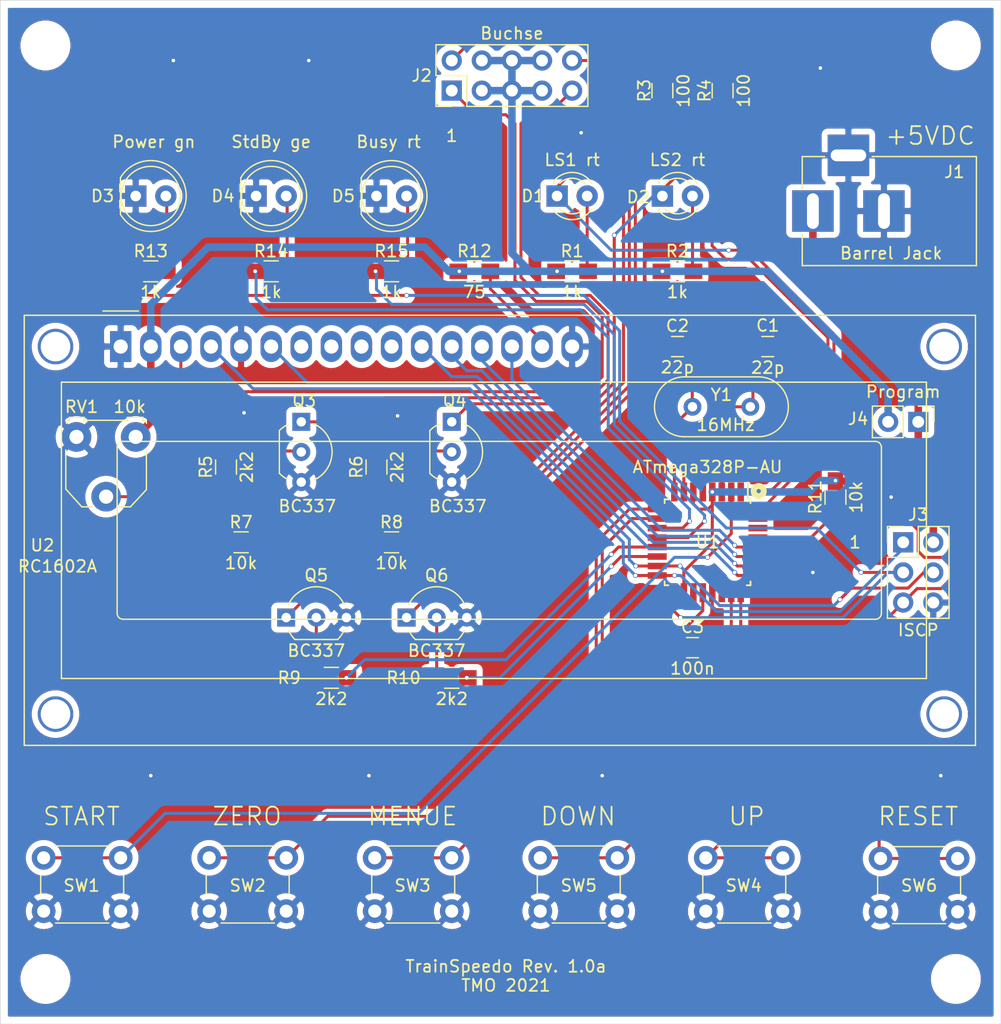
<source format=kicad_pcb>
(kicad_pcb (version 20171130) (host pcbnew "(5.1.10-1-10_14)")
  (title_block (title TrainSpeedo) (date 2022-01-06) (rev 1.0a) (company TMO))
  (layers (0 F.Cu signal) (31 B.Cu signal) (34 B.Paste user) (35 F.Paste user) (36 B.SilkS user) (37 F.SilkS user) (38 B.Mask user) (39 F.Mask user) (44 Edge.Cuts user))
  (net 0 "")
  (net 1 XTAL1)
  (net 2 GND)
  (net 3 XTAL2)
  (net 4 "Net-(D1-Pad2)")
  (net 5 "Net-(D2-Pad2)")
  (net 6 "Net-(D3-Pad2)")
  (net 7 "Net-(D4-Pad2)")
  (net 8 "Net-(D5-Pad2)")
  (net 9 VCC)
  (net 10 "Net-(J2-Pad10)")
  (net 11 "Net-(J2-Pad9)")
  (net 12 +5V)
  (net 13 "Net-(J2-Pad2)")
  (net 14 "Net-(J2-Pad1)")
  (net 15 ~RESET)
  (net 16 E)
  (net 17 RS)
  (net 18 "Net-(R12-Pad2)")
  (net 19 "Net-(RV1-Pad2)")
  (net 20 START)
  (net 21 ZERO)
  (net 22 MENUE)
  (net 23 UP)
  (net 24 DOWN)
  (net 25 "Net-(C3-Pad1)")
  (net 26 LS1out)
  (net 27 LS2out)
  (net 28 LS1in)
  (net 29 LS2in)
  (net 30 POWER)
  (net 31 STDBY)
  (net 32 BUSY)
  (net 33 "Net-(U1-Pad28)")
  (net 34 "Net-(U1-Pad27)")
  (net 35 "Net-(U1-Pad26)")
  (net 36 "Net-(U1-Pad25)")
  (net 37 "Net-(Q3-Pad2)")
  (net 38 "Net-(Q4-Pad2)")
  (net 39 "Net-(Q5-Pad2)")
  (net 40 "Net-(Q5-Pad1)")
  (net 41 "Net-(Q6-Pad2)")
  (net 42 "Net-(Q6-Pad1)")
  (module Capacitors_SMD:C_0805_HandSoldering (layer F.Cu) (at 166.37 81.28 180)
    (fp_text reference C1 (at 0 1.778) (layer F.SilkS))
    (fp_text value 22p (at 0 -1.778) (layer F.SilkS))
    (pad 2 smd rect (at 1.25 0 180) (size 1.5 1.25) (layers F.Cu F.Paste F.Mask) (net 1 XTAL1))
    (pad 1 smd rect (at -1.25 0 180) (size 1.5 1.25) (layers F.Cu F.Paste F.Mask) (net 2 GND))
  )
  (module Capacitors_SMD:C_0805_HandSoldering (layer F.Cu) (at 158.75 81.28)
    (fp_text reference C2 (at 0 -1.75) (layer F.SilkS))
    (fp_text value 22p (at 0 1.75) (layer F.SilkS))
    (pad 1 smd rect (at -1.25 0) (size 1.5 1.25) (layers F.Cu F.Paste F.Mask) (net 2 GND))
    (pad 2 smd rect (at 1.25 0) (size 1.5 1.25) (layers F.Cu F.Paste F.Mask) (net 3 XTAL2))
  )
  (module Capacitors_SMD:C_0805_HandSoldering (layer F.Cu) (at 160.02 106.68)
    (fp_text reference C3 (at 0 -1.75) (layer F.SilkS))
    (fp_text value 100n (at 0 1.75) (layer F.SilkS))
    (pad 2 smd rect (at 1.25 0) (size 1.5 1.25) (layers F.Cu F.Paste F.Mask) (net 2 GND))
    (pad 1 smd rect (at -1.25 0) (size 1.5 1.25) (layers F.Cu F.Paste F.Mask) (net 25 "Net-(C3-Pad1)"))
  )
  (module LEDs:LED_D3.0mm (layer F.Cu) (at 148.59 68.58)
    (fp_text reference D1 (at -2.032 0) (layer F.SilkS))
    (fp_text value "LS1 rt" (at 1.27 -3.048) (layer F.SilkS))
    (pad 2 thru_hole circle (at 2.54 0) (size 1.8 1.8) (drill 0.9) (layers *.Cu *.Mask) (net 4 "Net-(D1-Pad2)"))
    (pad 1 thru_hole rect (at 0 0) (size 1.8 1.8) (drill 0.9) (layers *.Cu *.Mask) (net 26 LS1out))
  )
  (module LEDs:LED_D3.0mm (layer F.Cu) (at 157.48 68.58)
    (fp_text reference D2 (at -2.032 0.088) (layer F.SilkS))
    (fp_text value "LS2 rt" (at 1.27 -3.048) (layer F.SilkS))
    (pad 1 thru_hole rect (at 0 0) (size 1.8 1.8) (drill 0.9) (layers *.Cu *.Mask) (net 27 LS2out))
    (pad 2 thru_hole circle (at 2.54 0) (size 1.8 1.8) (drill 0.9) (layers *.Cu *.Mask) (net 5 "Net-(D2-Pad2)"))
  )
  (module LEDs:LED_D5.0mm (layer F.Cu) (at 113.03 68.58)
    (fp_text reference D3 (at -2.794 0) (layer F.SilkS))
    (fp_text value "Power gn" (at 1.524 -4.572) (layer F.SilkS))
    (pad 2 thru_hole circle (at 2.54 0) (size 1.8 1.8) (drill 0.9) (layers *.Cu *.Mask) (net 6 "Net-(D3-Pad2)"))
    (pad 1 thru_hole rect (at 0 0) (size 1.8 1.8) (drill 0.9) (layers *.Cu *.Mask) (net 2 GND))
  )
  (module LEDs:LED_D5.0mm (layer F.Cu) (at 123.19 68.58)
    (fp_text reference D4 (at -2.794 0) (layer F.SilkS))
    (fp_text value "StdBy ge" (at 1.27 -4.572) (layer F.SilkS))
    (pad 1 thru_hole rect (at 0 0) (size 1.8 1.8) (drill 0.9) (layers *.Cu *.Mask) (net 2 GND))
    (pad 2 thru_hole circle (at 2.54 0) (size 1.8 1.8) (drill 0.9) (layers *.Cu *.Mask) (net 7 "Net-(D4-Pad2)"))
  )
  (module LEDs:LED_D5.0mm (layer F.Cu) (at 133.35 68.58)
    (fp_text reference D5 (at -2.794 0) (layer F.SilkS))
    (fp_text value "Busy rt" (at 1.016 -4.572) (layer F.SilkS))
    (pad 2 thru_hole circle (at 2.54 0) (size 1.8 1.8) (drill 0.9) (layers *.Cu *.Mask) (net 8 "Net-(D5-Pad2)"))
    (pad 1 thru_hole rect (at 0 0) (size 1.8 1.8) (drill 0.9) (layers *.Cu *.Mask) (net 2 GND))
  )
  (module Connectors:BARREL_JACK (layer F.Cu) (at 170.18 69.85 180)
    (fp_text reference J1 (at -11.938 3.302 180) (layer F.SilkS))
    (fp_text value "Barrel Jack" (at -6.604 -3.556) (layer F.SilkS))
    (pad 3 thru_hole rect (at -3 4.7 180) (size 3.5 3.5) (drill oval 3 1) (layers *.Cu *.Mask) (net 2 GND))
    (pad 2 thru_hole rect (at -6 0 180) (size 3.5 3.5) (drill oval 1 3) (layers *.Cu *.Mask) (net 2 GND))
    (pad 1 thru_hole rect (at 0 0 180) (size 3.5 3.5) (drill oval 1 3) (layers *.Cu *.Mask) (net 9 VCC))
  )
  (module Pin_Headers:Pin_Header_Straight_2x05_Pitch2.54mm (layer F.Cu) (at 139.7 59.69 90)
    (fp_text reference J2 (at 1.27 -2.54 180) (layer F.SilkS))
    (fp_text value Buchse (at 4.826 5.08 180) (layer F.SilkS))
    (pad 10 thru_hole oval (at 2.54 10.16 90) (size 1.7 1.7) (drill 1) (layers *.Cu *.Mask) (net 10 "Net-(J2-Pad10)"))
    (pad 9 thru_hole oval (at 0 10.16 90) (size 1.7 1.7) (drill 1) (layers *.Cu *.Mask) (net 11 "Net-(J2-Pad9)"))
    (pad 8 thru_hole oval (at 2.54 7.62 90) (size 1.7 1.7) (drill 1) (layers *.Cu *.Mask) (net 12 +5V))
    (pad 7 thru_hole oval (at 0 7.62 90) (size 1.7 1.7) (drill 1) (layers *.Cu *.Mask) (net 12 +5V))
    (pad 6 thru_hole oval (at 2.54 5.08 90) (size 1.7 1.7) (drill 1) (layers *.Cu *.Mask) (net 12 +5V))
    (pad 5 thru_hole oval (at 0 5.08 90) (size 1.7 1.7) (drill 1) (layers *.Cu *.Mask) (net 12 +5V))
    (pad 4 thru_hole oval (at 2.54 2.54 90) (size 1.7 1.7) (drill 1) (layers *.Cu *.Mask) (net 12 +5V))
    (pad 3 thru_hole oval (at 0 2.54 90) (size 1.7 1.7) (drill 1) (layers *.Cu *.Mask) (net 12 +5V))
    (pad 2 thru_hole oval (at 2.54 0 90) (size 1.7 1.7) (drill 1) (layers *.Cu *.Mask) (net 13 "Net-(J2-Pad2)"))
    (pad 1 thru_hole rect (at 0 0 90) (size 1.7 1.7) (drill 1) (layers *.Cu *.Mask) (net 14 "Net-(J2-Pad1)"))
  )
  (module Pin_Headers:Pin_Header_Straight_2x03_Pitch2.54mm (layer F.Cu) (at 177.8 97.79)
    (fp_text reference J3 (at 1.27 -2.33) (layer F.SilkS))
    (fp_text value ISCP (at 1.27 7.41) (layer F.SilkS))
    (pad 6 thru_hole oval (at 2.54 5.08) (size 1.7 1.7) (drill 1) (layers *.Cu *.Mask) (net 2 GND))
    (pad 5 thru_hole oval (at 0 5.08) (size 1.7 1.7) (drill 1) (layers *.Cu *.Mask) (net 15 ~RESET))
    (pad 4 thru_hole oval (at 2.54 2.54) (size 1.7 1.7) (drill 1) (layers *.Cu *.Mask) (net 16 E))
    (pad 3 thru_hole oval (at 0 2.54) (size 1.7 1.7) (drill 1) (layers *.Cu *.Mask) (net 30 POWER))
    (pad 2 thru_hole oval (at 2.54 0) (size 1.7 1.7) (drill 1) (layers *.Cu *.Mask) (net 9 VCC))
    (pad 1 thru_hole rect (at 0 0) (size 1.7 1.7) (drill 1) (layers *.Cu *.Mask) (net 17 RS))
  )
  (module Pin_Headers:Pin_Header_Straight_1x02_Pitch2.54mm (layer F.Cu) (at 179.07 87.63 270)
    (fp_text reference J4 (at -0.254 5.08 180) (layer F.SilkS))
    (fp_text value Program (at -2.54 1.27 180) (layer F.SilkS))
    (pad 2 thru_hole oval (at 0 2.54 270) (size 1.7 1.7) (drill 1) (layers *.Cu *.Mask) (net 12 +5V))
    (pad 1 thru_hole rect (at 0 0 270) (size 1.7 1.7) (drill 1) (layers *.Cu *.Mask) (net 9 VCC))
  )
  (module Resistors_SMD:R_0805_HandSoldering (layer F.Cu) (at 149.86 74.93)
    (fp_text reference R1 (at 0 -1.7) (layer F.SilkS))
    (fp_text value 1k (at 0 1.75) (layer F.SilkS))
    (pad 2 smd rect (at 1.35 0) (size 1.5 1.3) (layers F.Cu F.Paste F.Mask) (net 4 "Net-(D1-Pad2)"))
    (pad 1 smd rect (at -1.35 0) (size 1.5 1.3) (layers F.Cu F.Paste F.Mask) (net 12 +5V))
  )
  (module Resistors_SMD:R_0805_HandSoldering (layer F.Cu) (at 158.75 74.93)
    (fp_text reference R2 (at 0 -1.7) (layer F.SilkS))
    (fp_text value 1k (at 0 1.75) (layer F.SilkS))
    (pad 2 smd rect (at 1.35 0) (size 1.5 1.3) (layers F.Cu F.Paste F.Mask) (net 5 "Net-(D2-Pad2)"))
    (pad 1 smd rect (at -1.35 0) (size 1.5 1.3) (layers F.Cu F.Paste F.Mask) (net 12 +5V))
  )
  (module Resistors_SMD:R_0805_HandSoldering (layer F.Cu) (at 157.48 59.69 270)
    (fp_text reference R3 (at 0 1.524 90) (layer F.SilkS))
    (fp_text value 100 (at 0 -1.778 90) (layer F.SilkS))
    (pad 2 smd rect (at 1.35 0 270) (size 1.5 1.3) (layers F.Cu F.Paste F.Mask) (net 40 "Net-(Q5-Pad1)"))
    (pad 1 smd rect (at -1.35 0 270) (size 1.5 1.3) (layers F.Cu F.Paste F.Mask) (net 13 "Net-(J2-Pad2)"))
  )
  (module Resistors_SMD:R_0805_HandSoldering (layer F.Cu) (at 162.56 59.69 270)
    (fp_text reference R4 (at 0 1.524 90) (layer F.SilkS))
    (fp_text value 100 (at 0 -1.778 90) (layer F.SilkS))
    (pad 1 smd rect (at -1.35 0 270) (size 1.5 1.3) (layers F.Cu F.Paste F.Mask) (net 10 "Net-(J2-Pad10)"))
    (pad 2 smd rect (at 1.35 0 270) (size 1.5 1.3) (layers F.Cu F.Paste F.Mask) (net 42 "Net-(Q6-Pad1)"))
  )
  (module Resistors_SMD:R_0805_HandSoldering (layer F.Cu) (at 120.65 91.44 90)
    (fp_text reference R5 (at 0 -1.7 90) (layer F.SilkS))
    (fp_text value 2k2 (at 0 1.75 90) (layer F.SilkS))
    (pad 2 smd rect (at 1.35 0 90) (size 1.5 1.3) (layers F.Cu F.Paste F.Mask) (net 37 "Net-(Q3-Pad2)"))
    (pad 1 smd rect (at -1.35 0 90) (size 1.5 1.3) (layers F.Cu F.Paste F.Mask) (net 14 "Net-(J2-Pad1)"))
  )
  (module Resistors_SMD:R_0805_HandSoldering (layer F.Cu) (at 133.35 91.44 90)
    (fp_text reference R6 (at 0 -1.7 90) (layer F.SilkS))
    (fp_text value 2k2 (at 0 1.75 90) (layer F.SilkS))
    (pad 1 smd rect (at -1.35 0 90) (size 1.5 1.3) (layers F.Cu F.Paste F.Mask) (net 11 "Net-(J2-Pad9)"))
    (pad 2 smd rect (at 1.35 0 90) (size 1.5 1.3) (layers F.Cu F.Paste F.Mask) (net 38 "Net-(Q4-Pad2)"))
  )
  (module Resistors_SMD:R_0805_HandSoldering (layer F.Cu) (at 121.92 97.79)
    (fp_text reference R7 (at 0 -1.7) (layer F.SilkS))
    (fp_text value 10k (at 0 1.75) (layer F.SilkS))
    (pad 1 smd rect (at -1.35 0) (size 1.5 1.3) (layers F.Cu F.Paste F.Mask) (net 14 "Net-(J2-Pad1)"))
    (pad 2 smd rect (at 1.35 0) (size 1.5 1.3) (layers F.Cu F.Paste F.Mask) (net 2 GND))
  )
  (module Resistors_SMD:R_0805_HandSoldering (layer F.Cu) (at 134.62 97.79)
    (fp_text reference R8 (at 0 -1.7) (layer F.SilkS))
    (fp_text value 10k (at 0 1.75) (layer F.SilkS))
    (pad 2 smd rect (at 1.35 0) (size 1.5 1.3) (layers F.Cu F.Paste F.Mask) (net 2 GND))
    (pad 1 smd rect (at -1.35 0) (size 1.5 1.3) (layers F.Cu F.Paste F.Mask) (net 11 "Net-(J2-Pad9)"))
  )
  (module Resistors_SMD:R_0805_HandSoldering (layer F.Cu) (at 129.54 109.22 180)
    (fp_text reference R9 (at 3.556 0) (layer F.SilkS))
    (fp_text value 2k2 (at 0 -1.778) (layer F.SilkS))
    (pad 1 smd rect (at -1.35 0 180) (size 1.5 1.3) (layers F.Cu F.Paste F.Mask) (net 28 LS1in))
    (pad 2 smd rect (at 1.35 0 180) (size 1.5 1.3) (layers F.Cu F.Paste F.Mask) (net 39 "Net-(Q5-Pad2)"))
  )
  (module Resistors_SMD:R_0805_HandSoldering (layer F.Cu) (at 139.7 109.22 180)
    (fp_text reference R10 (at 4.064 0) (layer F.SilkS))
    (fp_text value 2k2 (at 0 -1.778) (layer F.SilkS))
    (pad 1 smd rect (at -1.35 0 180) (size 1.5 1.3) (layers F.Cu F.Paste F.Mask) (net 29 LS2in))
    (pad 2 smd rect (at 1.35 0 180) (size 1.5 1.3) (layers F.Cu F.Paste F.Mask) (net 41 "Net-(Q6-Pad2)"))
  )
  (module Resistors_SMD:R_0805_HandSoldering (layer F.Cu) (at 172.085 93.98 90)
    (fp_text reference R11 (at 0 -1.7 90) (layer F.SilkS))
    (fp_text value 10k (at 0 1.75 90) (layer F.SilkS))
    (pad 1 smd rect (at -1.35 0 90) (size 1.5 1.3) (layers F.Cu F.Paste F.Mask) (net 15 ~RESET))
    (pad 2 smd rect (at 1.35 0 90) (size 1.5 1.3) (layers F.Cu F.Paste F.Mask) (net 9 VCC))
  )
  (module Resistors_SMD:R_0805_HandSoldering (layer F.Cu) (at 141.605 74.93)
    (fp_text reference R12 (at 0 -1.7) (layer F.SilkS))
    (fp_text value 75 (at 0 1.75) (layer F.SilkS))
    (pad 2 smd rect (at 1.35 0) (size 1.5 1.3) (layers F.Cu F.Paste F.Mask) (net 18 "Net-(R12-Pad2)"))
    (pad 1 smd rect (at -1.35 0) (size 1.5 1.3) (layers F.Cu F.Paste F.Mask) (net 12 +5V))
  )
  (module Resistors_SMD:R_0805_HandSoldering (layer F.Cu) (at 114.3 74.93)
    (fp_text reference R13 (at 0 -1.7) (layer F.SilkS))
    (fp_text value 1k (at 0 1.75) (layer F.SilkS))
    (pad 2 smd rect (at 1.35 0) (size 1.5 1.3) (layers F.Cu F.Paste F.Mask) (net 6 "Net-(D3-Pad2)"))
    (pad 1 smd rect (at -1.35 0) (size 1.5 1.3) (layers F.Cu F.Paste F.Mask) (net 30 POWER))
  )
  (module Resistors_SMD:R_0805_HandSoldering (layer F.Cu) (at 124.46 74.93)
    (fp_text reference R14 (at 0 -1.7) (layer F.SilkS))
    (fp_text value 1k (at 0 1.75) (layer F.SilkS))
    (pad 1 smd rect (at -1.35 0) (size 1.5 1.3) (layers F.Cu F.Paste F.Mask) (net 31 STDBY))
    (pad 2 smd rect (at 1.35 0) (size 1.5 1.3) (layers F.Cu F.Paste F.Mask) (net 7 "Net-(D4-Pad2)"))
  )
  (module Resistors_SMD:R_0805_HandSoldering (layer F.Cu) (at 134.62 74.93)
    (fp_text reference R15 (at 0 -1.7) (layer F.SilkS))
    (fp_text value 1k (at 0 1.75) (layer F.SilkS))
    (pad 2 smd rect (at 1.35 0) (size 1.5 1.3) (layers F.Cu F.Paste F.Mask) (net 8 "Net-(D5-Pad2)"))
    (pad 1 smd rect (at -1.35 0) (size 1.5 1.3) (layers F.Cu F.Paste F.Mask) (net 32 BUSY))
  )
  (module Buttons_Switches_THT:SW_PUSH_6mm (layer F.Cu) (at 111.76 128.905 180)
    (fp_text reference SW1 (at 3.302 2.159) (layer F.SilkS))
    (fp_text value START (at 3.302 8.001) (layer F.SilkS) (effects (font (size 1.5 1.5))))
    (pad 2 thru_hole circle (at 0 4.5 270) (size 2 2) (drill 1.1) (layers *.Cu *.Mask) (net 20 START))
    (pad 1 thru_hole circle (at 0 0 270) (size 2 2) (drill 1.1) (layers *.Cu *.Mask) (net 2 GND))
    (pad 2 thru_hole circle (at 6.5 4.5 270) (size 2 2) (drill 1.1) (layers *.Cu *.Mask) (net 20 START))
    (pad 1 thru_hole circle (at 6.5 0 270) (size 2 2) (drill 1.1) (layers *.Cu *.Mask) (net 2 GND))
  )
  (module Buttons_Switches_THT:SW_PUSH_6mm (layer F.Cu) (at 125.73 128.905 180)
    (fp_text reference SW2 (at 3.25 2.159) (layer F.SilkS))
    (fp_text value ZERO (at 3.302 8.001) (layer F.SilkS) (effects (font (size 1.5 1.5))))
    (pad 1 thru_hole circle (at 6.5 0 270) (size 2 2) (drill 1.1) (layers *.Cu *.Mask) (net 2 GND))
    (pad 2 thru_hole circle (at 6.5 4.5 270) (size 2 2) (drill 1.1) (layers *.Cu *.Mask) (net 21 ZERO))
    (pad 1 thru_hole circle (at 0 0 270) (size 2 2) (drill 1.1) (layers *.Cu *.Mask) (net 2 GND))
    (pad 2 thru_hole circle (at 0 4.5 270) (size 2 2) (drill 1.1) (layers *.Cu *.Mask) (net 21 ZERO))
  )
  (module Buttons_Switches_THT:SW_PUSH_6mm (layer F.Cu) (at 139.7 128.905 180)
    (fp_text reference SW3 (at 3.302 2.159) (layer F.SilkS))
    (fp_text value MENUE (at 3.302 8.001) (layer F.SilkS) (effects (font (size 1.5 1.5))))
    (pad 2 thru_hole circle (at 0 4.5 270) (size 2 2) (drill 1.1) (layers *.Cu *.Mask) (net 22 MENUE))
    (pad 1 thru_hole circle (at 0 0 270) (size 2 2) (drill 1.1) (layers *.Cu *.Mask) (net 2 GND))
    (pad 2 thru_hole circle (at 6.5 4.5 270) (size 2 2) (drill 1.1) (layers *.Cu *.Mask) (net 22 MENUE))
    (pad 1 thru_hole circle (at 6.5 0 270) (size 2 2) (drill 1.1) (layers *.Cu *.Mask) (net 2 GND))
  )
  (module Buttons_Switches_THT:SW_PUSH_6mm (layer F.Cu) (at 167.64 128.905 180)
    (fp_text reference SW4 (at 3.302 2.159) (layer F.SilkS))
    (fp_text value UP (at 3.048 8.001) (layer F.SilkS) (effects (font (size 1.5 1.5))))
    (pad 1 thru_hole circle (at 6.5 0 270) (size 2 2) (drill 1.1) (layers *.Cu *.Mask) (net 2 GND))
    (pad 2 thru_hole circle (at 6.5 4.5 270) (size 2 2) (drill 1.1) (layers *.Cu *.Mask) (net 23 UP))
    (pad 1 thru_hole circle (at 0 0 270) (size 2 2) (drill 1.1) (layers *.Cu *.Mask) (net 2 GND))
    (pad 2 thru_hole circle (at 0 4.5 270) (size 2 2) (drill 1.1) (layers *.Cu *.Mask) (net 23 UP))
  )
  (module Buttons_Switches_THT:SW_PUSH_6mm (layer F.Cu) (at 153.67 128.905 180)
    (fp_text reference SW5 (at 3.25 2.159) (layer F.SilkS))
    (fp_text value DOWN (at 3.302 8.001) (layer F.SilkS) (effects (font (size 1.5 1.5))))
    (pad 2 thru_hole circle (at 0 4.5 270) (size 2 2) (drill 1.1) (layers *.Cu *.Mask) (net 24 DOWN))
    (pad 1 thru_hole circle (at 0 0 270) (size 2 2) (drill 1.1) (layers *.Cu *.Mask) (net 2 GND))
    (pad 2 thru_hole circle (at 6.5 4.5 270) (size 2 2) (drill 1.1) (layers *.Cu *.Mask) (net 24 DOWN))
    (pad 1 thru_hole circle (at 6.5 0 270) (size 2 2) (drill 1.1) (layers *.Cu *.Mask) (net 2 GND))
  )
  (module Buttons_Switches_THT:SW_PUSH_6mm (layer F.Cu) (at 175.895 124.46)
    (fp_text reference SW6 (at 3.25 2.286) (layer F.SilkS))
    (fp_text value RESET (at 3.175 -3.556) (layer F.SilkS) (effects (font (size 1.5 1.5))))
    (pad 1 thru_hole circle (at 6.5 0 90) (size 2 2) (drill 1.1) (layers *.Cu *.Mask) (net 15 ~RESET))
    (pad 2 thru_hole circle (at 6.5 4.5 90) (size 2 2) (drill 1.1) (layers *.Cu *.Mask) (net 2 GND))
    (pad 1 thru_hole circle (at 0 0 90) (size 2 2) (drill 1.1) (layers *.Cu *.Mask) (net 15 ~RESET))
    (pad 2 thru_hole circle (at 0 4.5 90) (size 2 2) (drill 1.1) (layers *.Cu *.Mask) (net 2 GND))
  )
  (module Crystals:Crystal_HC49-U_Vertical (layer F.Cu) (at 160.02 86.36)
    (fp_text reference Y1 (at 2.44 -1.016) (layer F.SilkS))
    (fp_text value 16MHz (at 2.794 1.524) (layer F.SilkS))
    (pad 2 thru_hole circle (at 4.88 0) (size 1.5 1.5) (drill 0.8) (layers *.Cu *.Mask) (net 1 XTAL1))
    (pad 1 thru_hole circle (at 0 0) (size 1.5 1.5) (drill 0.8) (layers *.Cu *.Mask) (net 3 XTAL2))
  )
  (module Housings_QFP:TQFP-32_7x7mm_Pitch0.8mm (layer F.Cu) (at 161.29 97.79 270)
    (fp_text reference U1 (at 0 0 180) (layer F.SilkS))
    (fp_text value ATmega328P-AU (at -6.35 0 180) (layer F.SilkS))
    (pad 32 smd rect (at -2.8 -4.25) (size 1.6 0.55) (layers F.Cu F.Paste F.Mask) (net 26 LS1out))
    (pad 31 smd rect (at -2 -4.25) (size 1.6 0.55) (layers F.Cu F.Paste F.Mask))
    (pad 30 smd rect (at -1.2 -4.25) (size 1.6 0.55) (layers F.Cu F.Paste F.Mask))
    (pad 29 smd rect (at -0.4 -4.25) (size 1.6 0.55) (layers F.Cu F.Paste F.Mask) (net 15 ~RESET))
    (pad 28 smd rect (at 0.4 -4.25) (size 1.6 0.55) (layers F.Cu F.Paste F.Mask) (net 33 "Net-(U1-Pad28)"))
    (pad 27 smd rect (at 1.2 -4.25) (size 1.6 0.55) (layers F.Cu F.Paste F.Mask) (net 34 "Net-(U1-Pad27)"))
    (pad 26 smd rect (at 2 -4.25) (size 1.6 0.55) (layers F.Cu F.Paste F.Mask) (net 35 "Net-(U1-Pad26)"))
    (pad 25 smd rect (at 2.8 -4.25) (size 1.6 0.55) (layers F.Cu F.Paste F.Mask) (net 36 "Net-(U1-Pad25)"))
    (pad 24 smd rect (at 4.25 -2.8 270) (size 1.6 0.55) (layers F.Cu F.Paste F.Mask) (net 23 UP))
    (pad 23 smd rect (at 4.25 -2 270) (size 1.6 0.55) (layers F.Cu F.Paste F.Mask) (net 24 DOWN))
    (pad 22 smd rect (at 4.25 -1.2 270) (size 1.6 0.55) (layers F.Cu F.Paste F.Mask))
    (pad 21 smd rect (at 4.25 -0.4 270) (size 1.6 0.55) (layers F.Cu F.Paste F.Mask) (net 2 GND))
    (pad 20 smd rect (at 4.25 0.4 270) (size 1.6 0.55) (layers F.Cu F.Paste F.Mask) (net 25 "Net-(C3-Pad1)"))
    (pad 19 smd rect (at 4.25 1.2 270) (size 1.6 0.55) (layers F.Cu F.Paste F.Mask))
    (pad 18 smd rect (at 4.25 2 270) (size 1.6 0.55) (layers F.Cu F.Paste F.Mask) (net 9 VCC))
    (pad 17 smd rect (at 4.25 2.8 270) (size 1.6 0.55) (layers F.Cu F.Paste F.Mask) (net 30 POWER))
    (pad 16 smd rect (at 2.8 4.25) (size 1.6 0.55) (layers F.Cu F.Paste F.Mask) (net 17 RS))
    (pad 15 smd rect (at 2 4.25) (size 1.6 0.55) (layers F.Cu F.Paste F.Mask) (net 16 E))
    (pad 14 smd rect (at 1.2 4.25) (size 1.6 0.55) (layers F.Cu F.Paste F.Mask) (net 29 LS2in))
    (pad 13 smd rect (at 0.4 4.25) (size 1.6 0.55) (layers F.Cu F.Paste F.Mask) (net 28 LS1in))
    (pad 12 smd rect (at -0.4 4.25) (size 1.6 0.55) (layers F.Cu F.Paste F.Mask) (net 32 BUSY))
    (pad 11 smd rect (at -1.2 4.25) (size 1.6 0.55) (layers F.Cu F.Paste F.Mask) (net 31 STDBY))
    (pad 10 smd rect (at -2 4.25) (size 1.6 0.55) (layers F.Cu F.Paste F.Mask) (net 22 MENUE))
    (pad 9 smd rect (at -2.8 4.25) (size 1.6 0.55) (layers F.Cu F.Paste F.Mask) (net 21 ZERO))
    (pad 8 smd rect (at -4.25 2.8 270) (size 1.6 0.55) (layers F.Cu F.Paste F.Mask) (net 3 XTAL2))
    (pad 7 smd rect (at -4.25 2 270) (size 1.6 0.55) (layers F.Cu F.Paste F.Mask) (net 1 XTAL1))
    (pad 6 smd rect (at -4.25 1.2 270) (size 1.6 0.55) (layers F.Cu F.Paste F.Mask) (net 9 VCC))
    (pad 5 smd rect (at -4.25 0.4 270) (size 1.6 0.55) (layers F.Cu F.Paste F.Mask) (net 2 GND))
    (pad 4 smd rect (at -4.25 -0.4 270) (size 1.6 0.55) (layers F.Cu F.Paste F.Mask) (net 9 VCC))
    (pad 3 smd rect (at -4.25 -1.2 270) (size 1.6 0.55) (layers F.Cu F.Paste F.Mask) (net 2 GND))
    (pad 2 smd rect (at -4.25 -2 270) (size 1.6 0.55) (layers F.Cu F.Paste F.Mask) (net 20 START))
    (pad 1 smd rect (at -4.25 -2.8 270) (size 1.6 0.55) (layers F.Cu F.Paste F.Mask) (net 27 LS2out))
  )
  (module TO_SOT_Packages_THT:TO-92_Inline_Wide (layer F.Cu) (at 127 87.63 270)
    (fp_text reference Q3 (at -1.778 -0.254) (layer F.SilkS))
    (fp_text value BC337 (at 7.112 -0.508 180) (layer F.SilkS))
    (pad 1 thru_hole rect (at 0 0) (size 1.52 1.52) (drill 0.8) (layers *.Cu *.Mask) (net 26 LS1out))
    (pad 3 thru_hole circle (at 5.08 0) (size 1.52 1.52) (drill 0.8) (layers *.Cu *.Mask) (net 2 GND))
    (pad 2 thru_hole circle (at 2.54 0) (size 1.52 1.52) (drill 0.8) (layers *.Cu *.Mask) (net 37 "Net-(Q3-Pad2)"))
  )
  (module TO_SOT_Packages_THT:TO-92_Inline_Wide (layer F.Cu) (at 139.7 87.63 270)
    (fp_text reference Q4 (at -1.778 -0.254) (layer F.SilkS))
    (fp_text value BC337 (at 7.112 -0.508 180) (layer F.SilkS))
    (pad 1 thru_hole rect (at 0 0) (size 1.52 1.52) (drill 0.8) (layers *.Cu *.Mask) (net 27 LS2out))
    (pad 3 thru_hole circle (at 5.08 0) (size 1.52 1.52) (drill 0.8) (layers *.Cu *.Mask) (net 2 GND))
    (pad 2 thru_hole circle (at 2.54 0) (size 1.52 1.52) (drill 0.8) (layers *.Cu *.Mask) (net 38 "Net-(Q4-Pad2)"))
  )
  (module TO_SOT_Packages_THT:TO-92_Inline_Wide (layer F.Cu) (at 125.73 104.14)
    (fp_text reference Q5 (at 2.54 -3.56 180) (layer F.SilkS))
    (fp_text value BC337 (at 2.54 2.79) (layer F.SilkS))
    (pad 2 thru_hole circle (at 2.54 0 90) (size 1.52 1.52) (drill 0.8) (layers *.Cu *.Mask) (net 39 "Net-(Q5-Pad2)"))
    (pad 3 thru_hole circle (at 5.08 0 90) (size 1.52 1.52) (drill 0.8) (layers *.Cu *.Mask) (net 2 GND))
    (pad 1 thru_hole rect (at 0 0 90) (size 1.52 1.52) (drill 0.8) (layers *.Cu *.Mask) (net 40 "Net-(Q5-Pad1)"))
  )
  (module TO_SOT_Packages_THT:TO-92_Inline_Wide (layer F.Cu) (at 135.89 104.14)
    (fp_text reference Q6 (at 2.54 -3.56 180) (layer F.SilkS))
    (fp_text value BC337 (at 2.54 2.79) (layer F.SilkS))
    (pad 2 thru_hole circle (at 2.54 0 90) (size 1.52 1.52) (drill 0.8) (layers *.Cu *.Mask) (net 41 "Net-(Q6-Pad2)"))
    (pad 3 thru_hole circle (at 5.08 0 90) (size 1.52 1.52) (drill 0.8) (layers *.Cu *.Mask) (net 2 GND))
    (pad 1 thru_hole rect (at 0 0 90) (size 1.52 1.52) (drill 0.8) (layers *.Cu *.Mask) (net 42 "Net-(Q6-Pad1)"))
  )
  (module Displays:WC1602A (layer F.Cu) (at 111.76 81.28)
    (fp_text reference U2 (at -6.604 16.764) (layer F.SilkS))
    (fp_text value RC1602A (at -5.334 18.542) (layer F.SilkS))
    (pad "" thru_hole circle (at 69.5 0) (size 3 3) (drill 2.5) (layers *.Cu *.Mask))
    (pad "" thru_hole circle (at 69.49948 31.0007) (size 3 3) (drill 2.5) (layers *.Cu *.Mask))
    (pad "" thru_hole circle (at -5.4991 31.0007) (size 3 3) (drill 2.5) (layers *.Cu *.Mask))
    (pad "" thru_hole circle (at -5.4991 0) (size 3 3) (drill 2.5) (layers *.Cu *.Mask))
    (pad 16 thru_hole oval (at 38.1 0) (size 1.8 2.6) (drill 1.2) (layers *.Cu *.Mask) (net 2 GND))
    (pad 15 thru_hole oval (at 35.56 0) (size 1.8 2.6) (drill 1.2) (layers *.Cu *.Mask) (net 18 "Net-(R12-Pad2)"))
    (pad 14 thru_hole oval (at 33.02 0) (size 1.8 2.6) (drill 1.2) (layers *.Cu *.Mask) (net 33 "Net-(U1-Pad28)"))
    (pad 13 thru_hole oval (at 30.48 0) (size 1.8 2.6) (drill 1.2) (layers *.Cu *.Mask) (net 34 "Net-(U1-Pad27)"))
    (pad 12 thru_hole oval (at 27.94 0) (size 1.8 2.6) (drill 1.2) (layers *.Cu *.Mask) (net 35 "Net-(U1-Pad26)"))
    (pad 11 thru_hole oval (at 25.4 0) (size 1.8 2.6) (drill 1.2) (layers *.Cu *.Mask) (net 36 "Net-(U1-Pad25)"))
    (pad 10 thru_hole oval (at 22.86 0) (size 1.8 2.6) (drill 1.2) (layers *.Cu *.Mask))
    (pad 9 thru_hole oval (at 20.32 0) (size 1.8 2.6) (drill 1.2) (layers *.Cu *.Mask))
    (pad 8 thru_hole oval (at 17.78 0) (size 1.8 2.6) (drill 1.2) (layers *.Cu *.Mask))
    (pad 7 thru_hole oval (at 15.24 0) (size 1.8 2.6) (drill 1.2) (layers *.Cu *.Mask))
    (pad 6 thru_hole oval (at 12.7 0) (size 1.8 2.6) (drill 1.2) (layers *.Cu *.Mask) (net 16 E))
    (pad 5 thru_hole oval (at 10.16 0) (size 1.8 2.6) (drill 1.2) (layers *.Cu *.Mask) (net 2 GND))
    (pad 4 thru_hole oval (at 7.62 0) (size 1.8 2.6) (drill 1.2) (layers *.Cu *.Mask) (net 17 RS))
    (pad 3 thru_hole oval (at 5.08 0) (size 1.8 2.6) (drill 1.2) (layers *.Cu *.Mask) (net 19 "Net-(RV1-Pad2)"))
    (pad 2 thru_hole oval (at 2.54 0) (size 1.8 2.6) (drill 1.2) (layers *.Cu *.Mask) (net 12 +5V))
    (pad 1 thru_hole rect (at 0 0) (size 1.8 2.6) (drill 1.2) (layers *.Cu *.Mask) (net 2 GND))
  )
  (module Potentiometers:Potentiometer_Triwood_RM-065 (layer F.Cu) (at 113.03 88.9 180)
    (fp_text reference RV1 (at 4.572 2.54 180) (layer F.SilkS))
    (fp_text value 10k (at 0.508 2.54 180) (layer F.SilkS))
    (pad 1 thru_hole circle (at 0 0 180) (size 2.5 2.5) (drill 1.2) (layers *.Cu *.Mask) (net 12 +5V))
    (pad 3 thru_hole circle (at 5 0 180) (size 2.5 2.5) (drill 1.2) (layers *.Cu *.Mask) (net 2 GND))
    (pad 2 thru_hole circle (at 2.5 -5.04 180) (size 2.5 2.5) (drill 1.2) (layers *.Cu *.Mask) (net 19 "Net-(RV1-Pad2)"))
  )
  (module Mounting_Holes:MountingHole_3.2mm_M3 (layer F.Cu) (at 105.41 55.88)
    (fp_text reference H1 hide)
    (fp_text value MountingHole hide)
    (pad 1 np_thru_hole circle (at 0 0) (size 3.2 3.2) (drill 3.2) (layers *.Cu *.Mask))
  )
  (module Mounting_Holes:MountingHole_3.2mm_M3 (layer F.Cu) (at 182.245 55.88)
    (fp_text reference H2 hide)
    (fp_text value MountingHole hide)
    (pad 1 np_thru_hole circle (at 0 0) (size 3.2 3.2) (drill 3.2) (layers *.Cu *.Mask))
  )
  (module Mounting_Holes:MountingHole_3.2mm_M3 (layer F.Cu) (at 105.41 134.62)
    (fp_text reference H3 hide)
    (fp_text value MountingHole hide)
    (pad 1 np_thru_hole circle (at 0 0) (size 3.2 3.2) (drill 3.2) (layers *.Cu *.Mask))
  )
  (module Mounting_Holes:MountingHole_3.2mm_M3 (layer F.Cu) (at 182.245 134.62)
    (fp_text reference H4 hide)
    (fp_text value MountingHole hide)
    (pad 1 np_thru_hole circle (at 0 0) (size 3.2 3.2) (drill 3.2) (layers *.Cu *.Mask))
  )
  (gr_text 1 (at 139.7 63.5) (layer F.SilkS) (effects (font (size 1 1))))
  (gr_text 1 (at 173.736 97.79) (layer F.SilkS) (effects (font (size 1 1))))
  (gr_text +5VDC (at 180.086 63.5) (layer F.SilkS) (effects (font (size 1.5 1.5))))
  (gr_text "TrainSpeedo Rev. 1.0a\nTMO 2021" (at 144.272 134.366) (layer F.SilkS) (effects (font (size 1 1))))
  (gr_circle (center 165.608 93.472) (end 165.735 93.599) (layer F.SilkS) (width 0.5))
  (gr_line (start 101.6 138.43) (end 101.6 133.35) (layer Edge.Cuts) (width 0.05))
  (gr_line (start 101.6 52.07) (end 101.6 133.35) (layer Edge.Cuts) (width 0.05))
  (gr_line (start 186.055 52.07) (end 101.6 52.07) (layer Edge.Cuts) (width 0.05))
  (gr_line (start 186.055 138.43) (end 186.055 52.07) (layer Edge.Cuts) (width 0.05))
  (gr_line (start 185.42 138.43) (end 186.055 138.43) (layer Edge.Cuts) (width 0.05))
  (gr_line (start 101.6 138.43) (end 185.42 138.43) (layer Edge.Cuts) (width 0.05))
  (segment (start 162.56 86.36) (end 164.9 86.36) (width 0.254) (layer F.Cu) (net 1))
  (segment (start 159.29 89.63) (end 162.56 86.36) (width 0.254) (layer F.Cu) (net 1))
  (segment (start 159.29 93.54) (end 159.29 89.63) (width 0.254) (layer F.Cu) (net 1))
  (segment (start 165.12 86.14) (end 164.9 86.36) (width 0.254) (layer F.Cu) (net 1))
  (segment (start 165.12 81.28) (end 165.12 86.14) (width 0.254) (layer F.Cu) (net 1))
  (via (at 135.128 87.122) (size 0.4) (drill 0.3) (layers F.Cu B.Cu) (net 2))
  (via (at 122.174 86.868) (size 0.4) (drill 0.3) (layers F.Cu B.Cu) (net 2))
  (via (at 150.622 63.246) (size 0.4) (drill 0.3) (layers F.Cu B.Cu) (net 2))
  (segment (start 162.49 92.386) (end 162.49 93.54) (width 0.254) (layer F.Cu) (net 2))
  (segment (start 161.036 92.202) (end 162.306 92.202) (width 0.254) (layer F.Cu) (net 2))
  (segment (start 160.89 92.348) (end 161.036 92.202) (width 0.254) (layer F.Cu) (net 2))
  (segment (start 162.306 92.202) (end 162.49 92.386) (width 0.254) (layer F.Cu) (net 2))
  (segment (start 160.89 93.54) (end 160.89 92.348) (width 0.254) (layer F.Cu) (net 2))
  (segment (start 161.69 106.26) (end 161.27 106.68) (width 0.254) (layer F.Cu) (net 2))
  (segment (start 161.69 102.04) (end 161.69 106.26) (width 0.254) (layer F.Cu) (net 2))
  (via (at 170.815 57.785) (size 0.4) (drill 0.3) (layers F.Cu B.Cu) (net 2))
  (via (at 116.205 57.15) (size 0.4) (drill 0.3) (layers F.Cu B.Cu) (net 2))
  (via (at 127.635 57.15) (size 0.4) (drill 0.3) (layers F.Cu B.Cu) (net 2))
  (via (at 114.3 117.475) (size 0.4) (drill 0.3) (layers F.Cu B.Cu) (net 2))
  (via (at 180.975 117.475) (size 0.4) (drill 0.3) (layers F.Cu B.Cu) (net 2))
  (via (at 152.4 117.475) (size 0.4) (drill 0.3) (layers F.Cu B.Cu) (net 2))
  (via (at 132.715 117.475) (size 0.4) (drill 0.3) (layers F.Cu B.Cu) (net 2))
  (via (at 170.18 100.33) (size 0.4) (drill 0.3) (layers F.Cu B.Cu) (net 2))
  (via (at 176.784 93.98) (size 0.4) (drill 0.3) (layers F.Cu B.Cu) (net 2))
  (segment (start 158.49 87.89) (end 160.02 86.36) (width 0.254) (layer F.Cu) (net 3))
  (segment (start 158.49 93.54) (end 158.49 87.89) (width 0.254) (layer F.Cu) (net 3))
  (segment (start 160 86.34) (end 160.02 86.36) (width 0.254) (layer F.Cu) (net 3))
  (segment (start 160 81.28) (end 160 86.34) (width 0.254) (layer F.Cu) (net 3))
  (segment (start 151.13 74.85) (end 151.21 74.93) (width 0.254) (layer F.Cu) (net 4))
  (segment (start 151.13 68.58) (end 151.13 74.85) (width 0.254) (layer F.Cu) (net 4))
  (segment (start 160.02 74.85) (end 160.1 74.93) (width 0.254) (layer F.Cu) (net 5))
  (segment (start 160.02 68.58) (end 160.02 74.85) (width 0.254) (layer F.Cu) (net 5))
  (segment (start 115.65 68.66) (end 115.57 68.58) (width 0.254) (layer F.Cu) (net 6))
  (segment (start 115.65 74.93) (end 115.65 68.66) (width 0.254) (layer F.Cu) (net 6))
  (segment (start 125.81 68.66) (end 125.73 68.58) (width 0.254) (layer F.Cu) (net 7))
  (segment (start 125.81 74.93) (end 125.81 68.66) (width 0.254) (layer F.Cu) (net 7))
  (segment (start 135.97 68.66) (end 135.89 68.58) (width 0.254) (layer F.Cu) (net 8))
  (segment (start 135.97 74.93) (end 135.97 68.66) (width 0.254) (layer F.Cu) (net 8))
  (segment (start 170.18 74.93) (end 170.18 69.85) (width 0.635) (layer F.Cu) (net 9))
  (segment (start 159.29 100.25196) (end 161.69 97.85196) (width 0.254) (layer F.Cu) (net 9))
  (segment (start 159.29 102.04) (end 159.29 100.25196) (width 0.254) (layer F.Cu) (net 9))
  (segment (start 160.09 93.54) (end 160.09 94.558) (width 0.254) (layer F.Cu) (net 9))
  (segment (start 160.09 94.558) (end 160.528 94.996) (width 0.254) (layer F.Cu) (net 9))
  (segment (start 161.328 94.996) (end 161.69 94.634) (width 0.254) (layer F.Cu) (net 9))
  (segment (start 160.528 94.996) (end 161.328 94.996) (width 0.254) (layer F.Cu) (net 9))
  (segment (start 161.69 94.634) (end 161.69 93.54) (width 0.254) (layer F.Cu) (net 9))
  (segment (start 161.69 97.85196) (end 161.69 94.634) (width 0.254) (layer F.Cu) (net 9))
  (via (at 172.085 92.583) (size 0.4) (drill 0.3) (layers F.Cu B.Cu) (net 9))
  (via (at 161.69 93.54) (size 0.4) (drill 0.3) (layers F.Cu B.Cu) (net 9))
  (segment (start 179.07 87.63) (end 179.07 83.82) (width 0.635) (layer F.Cu) (net 9))
  (segment (start 179.07 83.82) (end 170.18 74.93) (width 0.635) (layer F.Cu) (net 9))
  (segment (start 169.74 93.54) (end 169.858 93.54) (width 0.635) (layer B.Cu) (net 9))
  (segment (start 161.69 93.54) (end 169.74 93.54) (width 0.635) (layer B.Cu) (net 9))
  (segment (start 170.815 92.583) (end 172.085 92.583) (width 0.635) (layer B.Cu) (net 9))
  (segment (start 169.858 93.54) (end 170.815 92.583) (width 0.635) (layer B.Cu) (net 9))
  (segment (start 179.07 89.154) (end 179.07 87.63) (width 0.635) (layer F.Cu) (net 9))
  (segment (start 180.34 90.424) (end 179.07 89.154) (width 0.635) (layer F.Cu) (net 9))
  (segment (start 179.658 92.63) (end 180.34 91.948) (width 0.635) (layer F.Cu) (net 9))
  (segment (start 172.085 92.63) (end 179.658 92.63) (width 0.635) (layer F.Cu) (net 9))
  (segment (start 180.34 91.948) (end 180.34 90.424) (width 0.635) (layer F.Cu) (net 9))
  (segment (start 180.34 97.79) (end 180.34 91.948) (width 0.635) (layer F.Cu) (net 9))
  (segment (start 152.654 57.15) (end 149.86 57.15) (width 0.254) (layer F.Cu) (net 10))
  (segment (start 155.194 59.69) (end 152.654 57.15) (width 0.254) (layer F.Cu) (net 10))
  (segment (start 159.766 59.69) (end 155.194 59.69) (width 0.254) (layer F.Cu) (net 10))
  (segment (start 161.116 58.34) (end 159.766 59.69) (width 0.254) (layer F.Cu) (net 10))
  (segment (start 162.56 58.34) (end 161.116 58.34) (width 0.254) (layer F.Cu) (net 10))
  (segment (start 133.35 97.71) (end 133.27 97.79) (width 0.254) (layer F.Cu) (net 11))
  (segment (start 133.35 92.79) (end 133.35 97.71) (width 0.254) (layer F.Cu) (net 11))
  (segment (start 147.828 61.722) (end 149.86 59.69) (width 0.254) (layer F.Cu) (net 11))
  (segment (start 146.304 61.722) (end 147.828 61.722) (width 0.254) (layer F.Cu) (net 11))
  (segment (start 151.384 85.598) (end 152.888999 84.093001) (width 0.254) (layer F.Cu) (net 11))
  (segment (start 145.542 75.438) (end 145.542 62.484) (width 0.254) (layer F.Cu) (net 11))
  (segment (start 152.888999 78.466999) (end 151.384 76.962) (width 0.254) (layer F.Cu) (net 11))
  (segment (start 152.888999 84.093001) (end 152.888999 78.466999) (width 0.254) (layer F.Cu) (net 11))
  (segment (start 133.35 92.79) (end 132.446 92.79) (width 0.254) (layer F.Cu) (net 11))
  (segment (start 131.572 91.916) (end 131.572 88.138) (width 0.254) (layer F.Cu) (net 11))
  (segment (start 151.384 76.962) (end 147.066 76.962) (width 0.254) (layer F.Cu) (net 11))
  (segment (start 134.112 85.598) (end 151.384 85.598) (width 0.254) (layer F.Cu) (net 11))
  (segment (start 145.542 62.484) (end 146.304 61.722) (width 0.254) (layer F.Cu) (net 11))
  (segment (start 147.066 76.962) (end 145.542 75.438) (width 0.254) (layer F.Cu) (net 11))
  (segment (start 131.572 88.138) (end 134.112 85.598) (width 0.254) (layer F.Cu) (net 11))
  (segment (start 132.446 92.79) (end 131.572 91.916) (width 0.254) (layer F.Cu) (net 11))
  (segment (start 114.3 87.63) (end 113.03 88.9) (width 0.635) (layer F.Cu) (net 12))
  (segment (start 114.3 81.28) (end 114.3 87.63) (width 0.635) (layer F.Cu) (net 12))
  (segment (start 166.37 74.93) (end 157.48 74.93) (width 0.635) (layer B.Cu) (net 12))
  (segment (start 154.432 74.93) (end 148.59 74.93) (width 0.635) (layer B.Cu) (net 12))
  (via (at 140.335 74.93) (size 0.4) (drill 0.3) (layers F.Cu B.Cu) (net 12))
  (via (at 148.59 74.93) (size 0.4) (drill 0.3) (layers F.Cu B.Cu) (net 12))
  (segment (start 157.48 74.93) (end 154.432 74.93) (width 0.635) (layer B.Cu) (net 12))
  (via (at 157.48 74.93) (size 0.4) (drill 0.3) (layers F.Cu B.Cu) (net 12))
  (segment (start 148.59 74.93) (end 146.304 74.93) (width 0.635) (layer B.Cu) (net 12))
  (segment (start 146.304 74.93) (end 139.446 74.93) (width 0.635) (layer B.Cu) (net 12))
  (segment (start 114.3 77.724) (end 114.3 81.28) (width 0.635) (layer B.Cu) (net 12))
  (segment (start 119.126 72.898) (end 114.3 77.724) (width 0.635) (layer B.Cu) (net 12))
  (segment (start 137.414 72.898) (end 119.126 72.898) (width 0.635) (layer B.Cu) (net 12))
  (segment (start 139.446 74.93) (end 137.414 72.898) (width 0.635) (layer B.Cu) (net 12))
  (segment (start 144.78 73.406) (end 144.78 60.96) (width 0.635) (layer B.Cu) (net 12))
  (segment (start 146.304 74.93) (end 144.78 73.406) (width 0.635) (layer B.Cu) (net 12))
  (segment (start 144.78 60.96) (end 144.78 59.69) (width 0.635) (layer B.Cu) (net 12))
  (segment (start 144.78 59.69) (end 144.78 57.15) (width 0.635) (layer B.Cu) (net 12))
  (segment (start 142.24 57.15) (end 144.78 57.15) (width 0.635) (layer B.Cu) (net 12))
  (segment (start 144.78 57.15) (end 147.32 57.15) (width 0.635) (layer B.Cu) (net 12))
  (segment (start 142.24 59.69) (end 144.78 59.69) (width 0.635) (layer B.Cu) (net 12))
  (segment (start 144.78 59.69) (end 147.32 59.69) (width 0.635) (layer B.Cu) (net 12))
  (segment (start 176.53 87.63) (end 176.53 85.09) (width 0.635) (layer B.Cu) (net 12))
  (segment (start 176.53 85.09) (end 166.37 74.93) (width 0.635) (layer B.Cu) (net 12))
  (segment (start 151.384 55.118) (end 141.732 55.118) (width 0.254) (layer F.Cu) (net 13))
  (segment (start 141.732 55.118) (end 139.7 57.15) (width 0.254) (layer F.Cu) (net 13))
  (segment (start 154.606 58.34) (end 151.384 55.118) (width 0.254) (layer F.Cu) (net 13))
  (segment (start 157.48 58.34) (end 154.606 58.34) (width 0.254) (layer F.Cu) (net 13))
  (segment (start 120.65 97.71) (end 120.57 97.79) (width 0.254) (layer F.Cu) (net 14))
  (segment (start 120.65 92.79) (end 120.65 97.71) (width 0.254) (layer F.Cu) (net 14))
  (segment (start 141.732 61.722) (end 139.7 59.69) (width 0.254) (layer F.Cu) (net 14))
  (segment (start 145.034 62.484) (end 144.272 61.722) (width 0.254) (layer F.Cu) (net 14))
  (segment (start 145.034 75.692) (end 145.034 62.484) (width 0.254) (layer F.Cu) (net 14))
  (segment (start 152.4 83.82) (end 152.4 78.74) (width 0.254) (layer F.Cu) (net 14))
  (segment (start 119.714 92.79) (end 118.872 91.948) (width 0.254) (layer F.Cu) (net 14))
  (segment (start 151.13 85.09) (end 152.4 83.82) (width 0.254) (layer F.Cu) (net 14))
  (segment (start 118.872 91.948) (end 118.872 87.63) (width 0.254) (layer F.Cu) (net 14))
  (segment (start 118.872 87.63) (end 121.412 85.09) (width 0.254) (layer F.Cu) (net 14))
  (segment (start 146.812 77.47) (end 145.034 75.692) (width 0.254) (layer F.Cu) (net 14))
  (segment (start 144.272 61.722) (end 141.732 61.722) (width 0.254) (layer F.Cu) (net 14))
  (segment (start 121.412 85.09) (end 151.13 85.09) (width 0.254) (layer F.Cu) (net 14))
  (segment (start 152.4 78.74) (end 151.13 77.47) (width 0.254) (layer F.Cu) (net 14))
  (segment (start 151.13 77.47) (end 146.812 77.47) (width 0.254) (layer F.Cu) (net 14))
  (segment (start 120.65 92.79) (end 119.714 92.79) (width 0.254) (layer F.Cu) (net 14))
  (segment (start 179.578 99.06) (end 179.07 98.552) (width 0.254) (layer F.Cu) (net 15))
  (segment (start 181.102 99.06) (end 179.578 99.06) (width 0.254) (layer F.Cu) (net 15))
  (segment (start 181.009001 101.692999) (end 181.864 100.838) (width 0.254) (layer F.Cu) (net 15))
  (segment (start 181.864 100.838) (end 181.864 99.822) (width 0.254) (layer F.Cu) (net 15))
  (segment (start 179.07 98.552) (end 179.07 96.771398) (width 0.254) (layer F.Cu) (net 15))
  (segment (start 181.864 99.822) (end 181.102 99.06) (width 0.254) (layer F.Cu) (net 15))
  (segment (start 178.977001 101.692999) (end 181.009001 101.692999) (width 0.254) (layer F.Cu) (net 15))
  (segment (start 177.8 102.87) (end 178.977001 101.692999) (width 0.254) (layer F.Cu) (net 15))
  (segment (start 175.895 124.46) (end 182.395 124.46) (width 0.254) (layer F.Cu) (net 15))
  (segment (start 175.768 104.902) (end 177.8 102.87) (width 0.254) (layer F.Cu) (net 15))
  (segment (start 175.768 124.333) (end 175.768 104.902) (width 0.254) (layer F.Cu) (net 15))
  (segment (start 175.895 124.46) (end 175.768 124.333) (width 0.254) (layer F.Cu) (net 15))
  (segment (start 170.025 97.39) (end 172.085 95.33) (width 0.254) (layer F.Cu) (net 15))
  (segment (start 165.54 97.39) (end 170.025 97.39) (width 0.254) (layer F.Cu) (net 15))
  (segment (start 177.628602 95.33) (end 178.182301 95.883699) (width 0.254) (layer F.Cu) (net 15))
  (segment (start 172.085 95.33) (end 177.628602 95.33) (width 0.254) (layer F.Cu) (net 15))
  (segment (start 178.182301 95.883699) (end 178.056602 95.758) (width 0.254) (layer F.Cu) (net 15))
  (segment (start 179.07 96.771398) (end 178.182301 95.883699) (width 0.254) (layer F.Cu) (net 15))
  (via (at 172.466012 102.616) (size 0.4) (drill 0.3) (layers F.Cu B.Cu) (net 16))
  (segment (start 179.541962 100.33) (end 178.217961 101.654001) (width 0.254) (layer F.Cu) (net 16))
  (segment (start 178.217961 101.654001) (end 173.428011 101.654001) (width 0.254) (layer F.Cu) (net 16))
  (segment (start 180.34 100.33) (end 179.541962 100.33) (width 0.254) (layer F.Cu) (net 16))
  (segment (start 173.428011 101.654001) (end 172.466012 102.616) (width 0.254) (layer F.Cu) (net 16))
  (segment (start 157.04 99.79) (end 155.226 99.79) (width 0.254) (layer F.Cu) (net 16))
  (via (at 155.226 99.79) (size 0.4) (drill 0.3) (layers F.Cu B.Cu) (net 16))
  (segment (start 141.478 84.328) (end 127.508 84.328) (width 0.254) (layer B.Cu) (net 16))
  (segment (start 154.686 97.536) (end 141.478 84.328) (width 0.254) (layer B.Cu) (net 16))
  (segment (start 154.686 99.25) (end 154.686 97.536) (width 0.254) (layer B.Cu) (net 16))
  (segment (start 127.508 84.328) (end 124.46 81.28) (width 0.254) (layer B.Cu) (net 16))
  (segment (start 155.226 99.79) (end 154.686 99.25) (width 0.254) (layer B.Cu) (net 16))
  (via (at 158.971998 99.79) (size 0.4) (drill 0.3) (layers F.Cu B.Cu) (net 16))
  (segment (start 157.04 99.79) (end 158.971998 99.79) (width 0.254) (layer F.Cu) (net 16))
  (segment (start 158.972 99.79) (end 158.971998 99.79) (width 0.254) (layer B.Cu) (net 16))
  (segment (start 162.306 103.124) (end 158.972 99.79) (width 0.254) (layer B.Cu) (net 16))
  (segment (start 171.958012 103.124) (end 162.306 103.124) (width 0.254) (layer B.Cu) (net 16))
  (segment (start 172.466012 102.616) (end 171.958012 103.124) (width 0.254) (layer B.Cu) (net 16))
  (segment (start 157.04 100.59) (end 155.2 100.59) (width 0.254) (layer F.Cu) (net 17))
  (via (at 155.2 100.59) (size 0.4) (drill 0.3) (layers F.Cu B.Cu) (net 17))
  (segment (start 122.936 84.836) (end 119.38 81.28) (width 0.254) (layer B.Cu) (net 17))
  (segment (start 141.224 84.836) (end 122.936 84.836) (width 0.254) (layer B.Cu) (net 17))
  (segment (start 154.178 97.79) (end 141.224 84.836) (width 0.254) (layer B.Cu) (net 17))
  (segment (start 154.178 99.568) (end 154.178 97.79) (width 0.254) (layer B.Cu) (net 17))
  (segment (start 155.2 100.59) (end 154.178 99.568) (width 0.254) (layer B.Cu) (net 17))
  (via (at 158.502 100.59) (size 0.4) (drill 0.3) (layers F.Cu B.Cu) (net 17))
  (segment (start 157.04 100.59) (end 158.502 100.59) (width 0.254) (layer F.Cu) (net 17))
  (segment (start 159.01 100.59) (end 158.502 100.59) (width 0.254) (layer B.Cu) (net 17))
  (segment (start 162.052 103.632) (end 159.01 100.59) (width 0.254) (layer B.Cu) (net 17))
  (segment (start 172.466 103.632) (end 162.052 103.632) (width 0.254) (layer B.Cu) (net 17))
  (segment (start 177.8 98.298) (end 172.466 103.632) (width 0.254) (layer B.Cu) (net 17))
  (segment (start 177.8 97.79) (end 177.8 98.298) (width 0.254) (layer B.Cu) (net 17))
  (segment (start 142.955 76.407) (end 142.955 74.93) (width 0.254) (layer F.Cu) (net 18))
  (segment (start 147.32 80.772) (end 142.955 76.407) (width 0.254) (layer F.Cu) (net 18))
  (segment (start 147.32 81.28) (end 147.32 80.772) (width 0.254) (layer F.Cu) (net 18))
  (segment (start 116.84 81.28) (end 116.84 90.932) (width 0.25) (layer F.Cu) (net 19))
  (segment (start 113.832 93.94) (end 110.53 93.94) (width 0.25) (layer F.Cu) (net 19))
  (segment (start 116.84 90.932) (end 113.832 93.94) (width 0.25) (layer F.Cu) (net 19))
  (segment (start 163.29 97.06) (end 161.29 99.06) (width 0.254) (layer F.Cu) (net 20))
  (segment (start 163.29 93.54) (end 163.29 97.06) (width 0.254) (layer F.Cu) (net 20))
  (via (at 161.29 99.06) (size 0.4) (drill 0.3) (layers F.Cu B.Cu) (net 20))
  (segment (start 115.515 120.65) (end 111.76 124.405) (width 0.254) (layer B.Cu) (net 20))
  (segment (start 136.906 120.65) (end 115.515 120.65) (width 0.254) (layer B.Cu) (net 20))
  (segment (start 158.496 99.06) (end 136.906 120.65) (width 0.254) (layer B.Cu) (net 20))
  (segment (start 161.29 99.06) (end 158.496 99.06) (width 0.254) (layer B.Cu) (net 20))
  (segment (start 105.26 124.405) (end 111.76 124.405) (width 0.254) (layer F.Cu) (net 20))
  (segment (start 119.23 124.405) (end 125.73 124.405) (width 0.254) (layer F.Cu) (net 21))
  (segment (start 142.24 120.904) (end 129.231 120.904) (width 0.254) (layer F.Cu) (net 21))
  (segment (start 129.231 120.904) (end 125.73 124.405) (width 0.254) (layer F.Cu) (net 21))
  (segment (start 151.892 111.252) (end 142.24 120.904) (width 0.254) (layer F.Cu) (net 21))
  (segment (start 151.892 97.79) (end 151.892 111.252) (width 0.254) (layer F.Cu) (net 21))
  (segment (start 154.692 94.99) (end 151.892 97.79) (width 0.254) (layer F.Cu) (net 21))
  (segment (start 157.04 94.99) (end 154.692 94.99) (width 0.254) (layer F.Cu) (net 21))
  (segment (start 152.4 98.298) (end 152.4 111.705) (width 0.254) (layer F.Cu) (net 22))
  (segment (start 154.908 95.79) (end 152.4 98.298) (width 0.254) (layer F.Cu) (net 22))
  (segment (start 157.04 95.79) (end 154.908 95.79) (width 0.254) (layer F.Cu) (net 22))
  (segment (start 133.2 124.405) (end 139.7 124.405) (width 0.254) (layer F.Cu) (net 22))
  (segment (start 152.4 111.705) (end 139.7 124.405) (width 0.254) (layer F.Cu) (net 22))
  (segment (start 164.09 120.898) (end 164.133 120.898) (width 0.254) (layer F.Cu) (net 23))
  (segment (start 164.09 102.04) (end 164.09 120.898) (width 0.254) (layer F.Cu) (net 23))
  (segment (start 164.09 121.455) (end 161.14 124.405) (width 0.254) (layer F.Cu) (net 23))
  (segment (start 164.09 120.898) (end 164.09 121.455) (width 0.254) (layer F.Cu) (net 23))
  (segment (start 161.14 124.405) (end 167.64 124.405) (width 0.254) (layer F.Cu) (net 23))
  (segment (start 147.17 124.405) (end 153.67 124.405) (width 0.254) (layer F.Cu) (net 24))
  (segment (start 155.647 122.428) (end 153.67 124.405) (width 0.254) (layer F.Cu) (net 24))
  (segment (start 162.052 122.428) (end 155.647 122.428) (width 0.254) (layer F.Cu) (net 24))
  (segment (start 163.29 121.19) (end 162.052 122.428) (width 0.254) (layer F.Cu) (net 24))
  (segment (start 163.29 102.04) (end 163.29 121.19) (width 0.254) (layer F.Cu) (net 24))
  (segment (start 160.89 102.04) (end 160.89 103.5494) (width 0.254) (layer F.Cu) (net 25))
  (segment (start 158.77 105.6694) (end 158.77 106.68) (width 0.254) (layer F.Cu) (net 25))
  (segment (start 160.89 103.5494) (end 158.77 105.6694) (width 0.254) (layer F.Cu) (net 25))
  (segment (start 153.162 73.152) (end 163.068 73.152) (width 0.254) (layer B.Cu) (net 26))
  (segment (start 148.59 68.58) (end 153.162 73.152) (width 0.254) (layer B.Cu) (net 26))
  (via (at 163.068 73.152) (size 0.4) (drill 0.3) (layers F.Cu B.Cu) (net 26))
  (segment (start 130.048 89.154) (end 128.524 87.63) (width 0.254) (layer F.Cu) (net 26))
  (segment (start 130.048 98.044) (end 130.048 89.154) (width 0.254) (layer F.Cu) (net 26))
  (segment (start 128.524 87.63) (end 127 87.63) (width 0.254) (layer F.Cu) (net 26))
  (segment (start 154.197001 84.308999) (end 137.922 100.584) (width 0.254) (layer F.Cu) (net 26))
  (segment (start 137.922 100.584) (end 132.588 100.584) (width 0.254) (layer F.Cu) (net 26))
  (segment (start 148.59 67.818) (end 149.606 66.802) (width 0.254) (layer F.Cu) (net 26))
  (segment (start 132.588 100.584) (end 130.048 98.044) (width 0.254) (layer F.Cu) (net 26))
  (segment (start 148.59 68.58) (end 148.59 67.818) (width 0.254) (layer F.Cu) (net 26))
  (segment (start 171.958 88.9) (end 171.958 80.235158) (width 0.254) (layer F.Cu) (net 26))
  (segment (start 171.958 80.235158) (end 164.874842 73.152) (width 0.254) (layer F.Cu) (net 26))
  (segment (start 165.868 94.99) (end 171.958 88.9) (width 0.254) (layer F.Cu) (net 26))
  (segment (start 164.874842 73.152) (end 163.068 73.152) (width 0.254) (layer F.Cu) (net 26))
  (segment (start 165.54 94.99) (end 165.868 94.99) (width 0.254) (layer F.Cu) (net 26))
  (segment (start 154.197001 84.308999) (end 154.197001 69.107001) (width 0.254) (layer F.Cu) (net 26))
  (segment (start 154.197001 69.107001) (end 151.892 66.802) (width 0.254) (layer F.Cu) (net 26))
  (segment (start 149.606 66.802) (end 151.892 66.802) (width 0.254) (layer F.Cu) (net 26))
  (via (at 153.416 71.882) (size 0.4) (drill 0.3) (layers F.Cu B.Cu) (net 27))
  (segment (start 154.94 70.358) (end 153.416 71.882) (width 0.254) (layer B.Cu) (net 27))
  (segment (start 156.718 68.58) (end 154.94 70.358) (width 0.254) (layer B.Cu) (net 27))
  (segment (start 157.48 68.58) (end 156.718 68.58) (width 0.254) (layer B.Cu) (net 27))
  (segment (start 151.638 86.106) (end 153.416 84.328) (width 0.254) (layer F.Cu) (net 27))
  (segment (start 141.224 86.106) (end 151.638 86.106) (width 0.254) (layer F.Cu) (net 27))
  (segment (start 139.7 87.63) (end 141.224 86.106) (width 0.254) (layer F.Cu) (net 27))
  (segment (start 157.48 68.072) (end 157.48 68.58) (width 0.254) (layer F.Cu) (net 27))
  (segment (start 158.496 67.056) (end 157.48 68.072) (width 0.254) (layer F.Cu) (net 27))
  (segment (start 160.782 67.056) (end 158.496 67.056) (width 0.254) (layer F.Cu) (net 27))
  (segment (start 161.671 67.945) (end 160.782 67.056) (width 0.254) (layer F.Cu) (net 27))
  (segment (start 162.814 73.914) (end 161.671 72.771) (width 0.254) (layer F.Cu) (net 27))
  (segment (start 164.846 73.914) (end 162.814 73.914) (width 0.254) (layer F.Cu) (net 27))
  (segment (start 171.45 80.518) (end 164.846 73.914) (width 0.254) (layer F.Cu) (net 27))
  (segment (start 171.45 88.646) (end 171.45 80.518) (width 0.254) (layer F.Cu) (net 27))
  (segment (start 166.556 93.54) (end 171.45 88.646) (width 0.254) (layer F.Cu) (net 27))
  (segment (start 161.671 72.771) (end 161.671 67.945) (width 0.254) (layer F.Cu) (net 27))
  (segment (start 164.09 93.54) (end 166.556 93.54) (width 0.254) (layer F.Cu) (net 27))
  (segment (start 153.416 84.328) (end 153.416 71.882) (width 0.254) (layer F.Cu) (net 27))
  (via (at 130.81 109.22) (size 0.4) (drill 0.3) (layers F.Cu B.Cu) (net 28))
  (segment (start 153.778 98.19) (end 153.162 98.806) (width 0.254) (layer F.Cu) (net 28))
  (segment (start 144.272 107.696) (end 153.162 98.806) (width 0.254) (layer B.Cu) (net 28))
  (segment (start 132.334 107.696) (end 144.272 107.696) (width 0.254) (layer B.Cu) (net 28))
  (segment (start 157.04 98.19) (end 153.778 98.19) (width 0.254) (layer F.Cu) (net 28))
  (segment (start 130.81 109.22) (end 132.334 107.696) (width 0.254) (layer B.Cu) (net 28))
  (via (at 153.162 98.806) (size 0.4) (drill 0.3) (layers F.Cu B.Cu) (net 28))
  (via (at 140.97 109.22) (size 0.4) (drill 0.3) (layers F.Cu B.Cu) (net 29))
  (via (at 153.162 99.822004) (size 0.4) (drill 0.3) (layers F.Cu B.Cu) (net 29))
  (segment (start 157.04 98.99) (end 153.994004 98.99) (width 0.254) (layer F.Cu) (net 29))
  (segment (start 143.764004 109.22) (end 153.162 99.822004) (width 0.254) (layer B.Cu) (net 29))
  (segment (start 153.994004 98.99) (end 153.162 99.822004) (width 0.254) (layer F.Cu) (net 29))
  (segment (start 140.97 109.22) (end 143.764004 109.22) (width 0.254) (layer B.Cu) (net 29))
  (segment (start 158.49 102.04) (end 158.49 103.626) (width 0.254) (layer F.Cu) (net 30))
  (via (at 159.004 104.14) (size 0.4) (drill 0.3) (layers F.Cu B.Cu) (net 30))
  (segment (start 158.49 103.626) (end 159.004 104.14) (width 0.254) (layer F.Cu) (net 30))
  (segment (start 176.53 100.33) (end 177.8 100.33) (width 0.254) (layer B.Cu) (net 30))
  (segment (start 172.72 104.14) (end 176.53 100.33) (width 0.254) (layer B.Cu) (net 30))
  (segment (start 159.004 104.14) (end 172.72 104.14) (width 0.254) (layer B.Cu) (net 30))
  (via (at 135.89 76.962) (size 0.4) (drill 0.3) (layers F.Cu B.Cu) (net 30))
  (segment (start 113.538 76.962) (end 112.95 76.374) (width 0.254) (layer F.Cu) (net 30))
  (segment (start 112.95 76.374) (end 112.95 74.93) (width 0.254) (layer F.Cu) (net 30))
  (segment (start 135.89 76.962) (end 113.538 76.962) (width 0.254) (layer F.Cu) (net 30))
  (segment (start 163.9 96.59) (end 170.504 96.59) (width 0.25) (layer B.Cu) (net 30))
  (via (at 174.244 100.33) (size 0.4) (drill 0.3) (layers F.Cu B.Cu) (net 30))
  (segment (start 170.504 96.59) (end 174.244 100.33) (width 0.25) (layer B.Cu) (net 30))
  (segment (start 174.244 100.33) (end 177.8 100.33) (width 0.25) (layer F.Cu) (net 30))
  (segment (start 153.87001 79.95601) (end 150.876 76.962) (width 0.254) (layer B.Cu) (net 30))
  (segment (start 153.87001 87.57601) (end 153.87001 79.95601) (width 0.254) (layer B.Cu) (net 30))
  (segment (start 162.884 96.59) (end 153.87001 87.57601) (width 0.254) (layer B.Cu) (net 30))
  (segment (start 150.876 76.962) (end 135.89 76.962) (width 0.254) (layer B.Cu) (net 30))
  (segment (start 163.9 96.59) (end 162.884 96.59) (width 0.254) (layer B.Cu) (net 30))
  (segment (start 157.04 96.59) (end 159.188 96.59) (width 0.254) (layer F.Cu) (net 31))
  (via (at 159.766 96.012) (size 0.4) (drill 0.3) (layers F.Cu B.Cu) (net 31))
  (segment (start 159.188 96.59) (end 159.766 96.012) (width 0.254) (layer F.Cu) (net 31))
  (via (at 123.11 74.93) (size 0.4) (drill 0.3) (layers F.Cu B.Cu) (net 31))
  (segment (start 123.19 77.216) (end 123.19 75.01) (width 0.254) (layer B.Cu) (net 31))
  (segment (start 123.19 75.01) (end 123.11 74.93) (width 0.254) (layer B.Cu) (net 31))
  (segment (start 124.15201 78.17801) (end 123.19 77.216) (width 0.254) (layer B.Cu) (net 31))
  (segment (start 150.56801 78.17801) (end 124.15201 78.17801) (width 0.254) (layer B.Cu) (net 31))
  (segment (start 152.908 88.138) (end 152.908 80.518) (width 0.254) (layer B.Cu) (net 31))
  (segment (start 152.908 80.518) (end 150.56801 78.17801) (width 0.254) (layer B.Cu) (net 31))
  (segment (start 159.766 94.996) (end 152.908 88.138) (width 0.254) (layer B.Cu) (net 31))
  (segment (start 159.766 96.012) (end 159.766 94.996) (width 0.254) (layer B.Cu) (net 31))
  (segment (start 157.04 97.39) (end 159.658 97.39) (width 0.254) (layer F.Cu) (net 32))
  (via (at 161.036 96.012) (size 0.4) (drill 0.3) (layers F.Cu B.Cu) (net 32))
  (segment (start 160.112991 96.935009) (end 161.036 96.012) (width 0.254) (layer F.Cu) (net 32))
  (segment (start 159.658 97.39) (end 160.112991 96.935009) (width 0.254) (layer F.Cu) (net 32))
  (via (at 133.27 74.93) (size 0.4) (drill 0.3) (layers F.Cu B.Cu) (net 32))
  (segment (start 133.35 75.01) (end 133.27 74.93) (width 0.254) (layer B.Cu) (net 32))
  (segment (start 133.35 76.454) (end 133.35 75.01) (width 0.254) (layer B.Cu) (net 32))
  (segment (start 134.62 77.724) (end 133.35 76.454) (width 0.254) (layer B.Cu) (net 32))
  (segment (start 153.416 87.884) (end 153.416 80.264) (width 0.254) (layer B.Cu) (net 32))
  (segment (start 150.876 77.724) (end 134.62 77.724) (width 0.254) (layer B.Cu) (net 32))
  (segment (start 153.416 80.264) (end 150.876 77.724) (width 0.254) (layer B.Cu) (net 32))
  (segment (start 161.036 95.504) (end 153.416 87.884) (width 0.254) (layer B.Cu) (net 32))
  (segment (start 161.036 96.012) (end 161.036 95.504) (width 0.254) (layer B.Cu) (net 32))
  (via (at 163.575998 98.044004) (size 0.4) (drill 0.3) (layers F.Cu B.Cu) (net 33))
  (segment (start 165.54 98.19) (end 163.721994 98.19) (width 0.254) (layer F.Cu) (net 33))
  (segment (start 163.721994 98.19) (end 163.575998 98.044004) (width 0.254) (layer F.Cu) (net 33))
  (segment (start 162.305994 96.774) (end 163.575998 98.044004) (width 0.254) (layer B.Cu) (net 33))
  (segment (start 157.48 96.774) (end 162.305994 96.774) (width 0.254) (layer B.Cu) (net 33))
  (segment (start 144.78 84.074) (end 157.48 96.774) (width 0.254) (layer B.Cu) (net 33))
  (segment (start 144.78 81.28) (end 144.78 84.074) (width 0.254) (layer B.Cu) (net 33))
  (via (at 163.576 98.806004) (size 0.4) (drill 0.3) (layers F.Cu B.Cu) (net 34))
  (segment (start 163.759996 98.99) (end 163.576 98.806004) (width 0.254) (layer F.Cu) (net 34))
  (segment (start 165.54 98.99) (end 163.759996 98.99) (width 0.254) (layer F.Cu) (net 34))
  (segment (start 157.084 97.282) (end 162.051996 97.282) (width 0.254) (layer B.Cu) (net 34))
  (segment (start 142.24 82.438) (end 157.084 97.282) (width 0.254) (layer B.Cu) (net 34))
  (segment (start 162.051996 97.282) (end 163.576 98.806004) (width 0.254) (layer B.Cu) (net 34))
  (segment (start 142.24 81.28) (end 142.24 82.438) (width 0.254) (layer B.Cu) (net 34))
  (segment (start 165.54 99.79) (end 163.798 99.79) (width 0.254) (layer F.Cu) (net 35))
  (via (at 163.576 99.568) (size 0.4) (drill 0.3) (layers F.Cu B.Cu) (net 35))
  (segment (start 163.798 99.79) (end 163.576 99.568) (width 0.254) (layer F.Cu) (net 35))
  (segment (start 139.7 82.042) (end 139.7 81.28) (width 0.254) (layer B.Cu) (net 35))
  (segment (start 142.24 83.312) (end 140.97 83.312) (width 0.254) (layer B.Cu) (net 35))
  (segment (start 140.97 83.312) (end 139.7 82.042) (width 0.254) (layer B.Cu) (net 35))
  (segment (start 156.718 97.79) (end 142.24 83.312) (width 0.254) (layer B.Cu) (net 35))
  (segment (start 161.798 97.79) (end 156.718 97.79) (width 0.254) (layer B.Cu) (net 35))
  (segment (start 163.576 99.568) (end 161.798 97.79) (width 0.254) (layer B.Cu) (net 35))
  (segment (start 165.54 100.59) (end 163.836 100.59) (width 0.254) (layer F.Cu) (net 36))
  (via (at 163.576 100.33) (size 0.4) (drill 0.3) (layers F.Cu B.Cu) (net 36))
  (segment (start 163.836 100.59) (end 163.576 100.33) (width 0.254) (layer F.Cu) (net 36))
  (segment (start 139.7 83.82) (end 137.16 81.28) (width 0.254) (layer B.Cu) (net 36))
  (segment (start 141.859 83.82) (end 139.7 83.82) (width 0.254) (layer B.Cu) (net 36))
  (segment (start 156.337 98.298) (end 141.859 83.82) (width 0.254) (layer B.Cu) (net 36))
  (segment (start 161.544 98.298) (end 156.337 98.298) (width 0.254) (layer B.Cu) (net 36))
  (segment (start 163.576 100.33) (end 161.544 98.298) (width 0.254) (layer B.Cu) (net 36))
  (segment (start 126.92 90.09) (end 127 90.17) (width 0.254) (layer F.Cu) (net 37))
  (segment (start 120.65 90.09) (end 126.92 90.09) (width 0.254) (layer F.Cu) (net 37))
  (segment (start 139.62 90.09) (end 139.7 90.17) (width 0.254) (layer F.Cu) (net 38))
  (segment (start 133.35 90.09) (end 139.62 90.09) (width 0.254) (layer F.Cu) (net 38))
  (segment (start 128.27 109.14) (end 128.19 109.22) (width 0.254) (layer F.Cu) (net 39))
  (segment (start 128.27 104.14) (end 128.27 109.14) (width 0.254) (layer F.Cu) (net 39))
  (segment (start 138.176 101.092) (end 154.686 84.582) (width 0.254) (layer F.Cu) (net 40))
  (segment (start 128.778 101.092) (end 138.176 101.092) (width 0.254) (layer F.Cu) (net 40))
  (segment (start 125.73 104.14) (end 128.778 101.092) (width 0.254) (layer F.Cu) (net 40))
  (segment (start 154.686 63.834) (end 157.48 61.04) (width 0.254) (layer F.Cu) (net 40))
  (segment (start 154.686 64.008) (end 154.686 63.834) (width 0.254) (layer F.Cu) (net 40))
  (segment (start 154.686 84.582) (end 154.686 64.008) (width 0.254) (layer F.Cu) (net 40))
  (segment (start 138.43 109.14) (end 138.35 109.22) (width 0.254) (layer F.Cu) (net 41))
  (segment (start 138.43 104.14) (end 138.43 109.14) (width 0.254) (layer F.Cu) (net 41))
  (segment (start 162.56 61.214) (end 162.56 61.04) (width 0.254) (layer F.Cu) (net 42))
  (segment (start 156.464 62.738) (end 161.036 62.738) (width 0.254) (layer F.Cu) (net 42))
  (segment (start 155.194 64.008) (end 156.464 62.738) (width 0.254) (layer F.Cu) (net 42))
  (segment (start 155.194 84.836) (end 155.194 64.008) (width 0.254) (layer F.Cu) (net 42))
  (segment (start 161.036 62.738) (end 162.56 61.214) (width 0.254) (layer F.Cu) (net 42))
  (segment (start 135.89 104.14) (end 155.194 84.836) (width 0.254) (layer F.Cu) (net 42))
  (zone (net 2) (net_name GND) (layer F.Cu) (connect_pads (clearance 0.508)) (min_thickness 0.254) (fill yes (arc_segments 32) (thermal_gap 0.508) (thermal_bridge_width 0.508))
    (polygon (pts (xy 185.42 137.795) (xy 102.235 137.795) (xy 102.235 52.705) (xy 185.42 52.705)))
  )
  (zone (net 2) (net_name GND) (layer B.Cu) (connect_pads (clearance 0.508)) (min_thickness 0.254) (fill yes (arc_segments 32) (thermal_gap 0.508) (thermal_bridge_width 0.508))
    (polygon (pts (xy 185.42 137.795) (xy 102.235 137.795) (xy 102.235 52.705) (xy 185.42 52.705)))
  )
)
</source>
